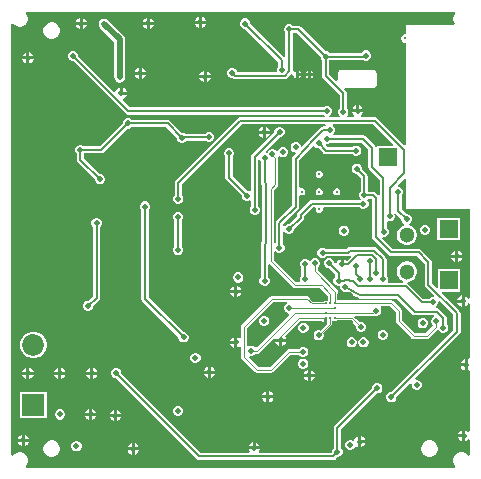
<source format=gbr>
%TF.GenerationSoftware,Altium Limited,Altium Designer,21.2.0 (30)*%
G04 Layer_Physical_Order=2*
G04 Layer_Color=36540*
%FSLAX45Y45*%
%MOMM*%
%TF.SameCoordinates,6E67B6D2-48A1-4C3A-8D5B-8FB38F647B41*%
%TF.FilePolarity,Positive*%
%TF.FileFunction,Copper,L2,Inr,Signal*%
%TF.Part,Single*%
G01*
G75*
%TA.AperFunction,Conductor*%
%ADD10C,0.20000*%
%ADD33C,0.10000*%
%ADD35C,0.50000*%
%TA.AperFunction,ComponentPad*%
%ADD43R,1.50000X1.50000*%
%ADD44C,1.30000*%
%ADD46C,1.85000*%
%ADD47R,1.85000X1.85000*%
%TA.AperFunction,ViaPad*%
%ADD48C,0.20000*%
%ADD49C,0.46000*%
%ADD50C,0.30000*%
G36*
X3818305Y3917300D02*
X3813986Y3912981D01*
X3804770Y3897019D01*
X3800000Y3879216D01*
Y3860784D01*
X3804770Y3842981D01*
X3811119Y3831985D01*
X3804791Y3819285D01*
X3417602D01*
X3409798Y3817733D01*
X3403182Y3813313D01*
X3398762Y3806697D01*
X3397210Y3798893D01*
Y3738893D01*
X3385640D01*
X3372776Y3733565D01*
X3362930Y3723720D01*
X3357602Y3710855D01*
Y3696932D01*
X3362930Y3684068D01*
X3372776Y3674222D01*
X3385640Y3668894D01*
X3397210D01*
Y2805068D01*
X3385477Y2800208D01*
X3157340Y3028344D01*
X3147417Y3034974D01*
X3135712Y3037303D01*
X3135710Y3037303D01*
X3022344D01*
X3019002Y3045215D01*
X3018450Y3050003D01*
X3031032Y3062584D01*
X3037127Y3077300D01*
X2942873D01*
X2948969Y3062584D01*
X2961550Y3050003D01*
X2960998Y3045215D01*
X2957656Y3037303D01*
X2906074D01*
X2900814Y3050003D01*
X2906454Y3055642D01*
X2913000Y3071447D01*
Y3088553D01*
X2906454Y3104358D01*
X2900588Y3110223D01*
Y3239632D01*
X2900588Y3239634D01*
X2898259Y3251339D01*
X2891629Y3261262D01*
X2891628Y3261263D01*
X2877935Y3274957D01*
X2882795Y3286690D01*
X3126351D01*
X3136106Y3288630D01*
X3144375Y3294156D01*
X3149901Y3302425D01*
X3151841Y3312180D01*
Y3413780D01*
X3149901Y3423534D01*
X3144375Y3431803D01*
X3136106Y3437329D01*
X3126351Y3439269D01*
X2846951D01*
X2837197Y3437329D01*
X2828928Y3431803D01*
X2823402Y3423534D01*
X2821462Y3413780D01*
Y3348023D01*
X2809728Y3343163D01*
X2750588Y3402304D01*
Y3519412D01*
X3044869D01*
X3054234Y3515533D01*
X3071341D01*
X3087145Y3522080D01*
X3099241Y3534176D01*
X3105788Y3549980D01*
Y3567086D01*
X3099241Y3582891D01*
X3087145Y3594987D01*
X3071341Y3601533D01*
X3054234D01*
X3038430Y3594987D01*
X3026334Y3582891D01*
X3025380Y3580588D01*
X2750223D01*
X2744357Y3586454D01*
X2728553Y3593000D01*
X2720257D01*
X2511629Y3801629D01*
X2501705Y3808259D01*
X2490000Y3810588D01*
X2489999Y3810588D01*
X2440223D01*
X2434358Y3816454D01*
X2418553Y3823000D01*
X2401447D01*
X2385642Y3816454D01*
X2373546Y3804358D01*
X2367000Y3788553D01*
Y3771447D01*
X2373546Y3755642D01*
X2379412Y3749777D01*
Y3551806D01*
X2366712Y3546545D01*
X2083000Y3830258D01*
Y3838553D01*
X2076454Y3854358D01*
X2064358Y3866454D01*
X2048553Y3873000D01*
X2031447D01*
X2015642Y3866454D01*
X2003546Y3854358D01*
X1997000Y3838553D01*
Y3821447D01*
X2003546Y3805642D01*
X2015642Y3793546D01*
X2031447Y3787000D01*
X2039742D01*
X2319412Y3507330D01*
Y3470223D01*
X2313547Y3464358D01*
X2307000Y3448553D01*
Y3431447D01*
X2308367Y3428148D01*
X2301311Y3417588D01*
X1973000D01*
Y3418553D01*
X1966454Y3434358D01*
X1954358Y3446454D01*
X1938553Y3453000D01*
X1921447D01*
X1905642Y3446454D01*
X1893546Y3434358D01*
X1887000Y3418553D01*
Y3401447D01*
X1893546Y3385642D01*
X1905642Y3373546D01*
X1921447Y3367000D01*
X1931458D01*
X1933086Y3365372D01*
X1933087Y3365371D01*
X1943010Y3358741D01*
X1954716Y3356412D01*
X2371952D01*
X2371953Y3356412D01*
X2383659Y3358741D01*
X2393582Y3365371D01*
X2430356Y3402145D01*
X2435641Y3401396D01*
X2443056Y3397661D01*
Y3391918D01*
X2448446Y3378907D01*
X2458404Y3368949D01*
X2465756Y3365903D01*
Y3398959D01*
Y3432015D01*
X2458404Y3428970D01*
X2452871Y3423437D01*
X2451186Y3423658D01*
X2440588Y3429114D01*
Y3749412D01*
X2477330D01*
X2677000Y3549742D01*
Y3541447D01*
X2683546Y3525642D01*
X2689412Y3519777D01*
Y3389635D01*
X2689412Y3389634D01*
X2691741Y3377928D01*
X2698371Y3368005D01*
X2839412Y3226964D01*
Y3110223D01*
X2833547Y3104358D01*
X2827000Y3088553D01*
Y3071447D01*
X2833547Y3055642D01*
X2839186Y3050003D01*
X2833926Y3037303D01*
X2748328D01*
X2745802Y3050003D01*
X2754357Y3053546D01*
X2766453Y3065642D01*
X2773000Y3081447D01*
Y3098553D01*
X2766453Y3114357D01*
X2754357Y3126453D01*
X2738553Y3133000D01*
X2721447D01*
X2705642Y3126453D01*
X2699776Y3120588D01*
X1060170D01*
X1000891Y3179867D01*
X1004924Y3193794D01*
X1017416Y3198969D01*
X1031031Y3212584D01*
X1037127Y3227300D01*
X990000D01*
Y3240000D01*
X977300D01*
Y3287127D01*
X962584Y3281032D01*
X948969Y3267416D01*
X943794Y3254924D01*
X929867Y3250891D01*
X625500Y3555258D01*
Y3563553D01*
X618954Y3579358D01*
X606858Y3591454D01*
X591053Y3598000D01*
X573947D01*
X558142Y3591454D01*
X546046Y3579358D01*
X539500Y3563553D01*
Y3546447D01*
X546046Y3530642D01*
X558142Y3518546D01*
X573947Y3512000D01*
X582242D01*
X1025871Y3068372D01*
X1025871Y3068371D01*
X1035794Y3061741D01*
X1047500Y3059412D01*
X2699776D01*
X2705642Y3053546D01*
X2714198Y3050003D01*
X2711671Y3037303D01*
X1996716D01*
X1996715Y3037303D01*
X1985009Y3034974D01*
X1975086Y3028344D01*
X1975085Y3028343D01*
X1450871Y2504129D01*
X1444241Y2494205D01*
X1441912Y2482500D01*
X1441912Y2482499D01*
Y2377723D01*
X1436046Y2371858D01*
X1429500Y2356053D01*
Y2338947D01*
X1436046Y2323142D01*
X1448142Y2311046D01*
X1463947Y2304500D01*
X1481053D01*
X1496858Y2311046D01*
X1508954Y2323142D01*
X1515500Y2338947D01*
Y2356053D01*
X1508954Y2371858D01*
X1503088Y2377723D01*
Y2469830D01*
X2009385Y2976127D01*
X2716287D01*
X2722167Y2963427D01*
X2718716Y2959361D01*
X2698883D01*
X2687178Y2957032D01*
X2677254Y2950402D01*
X2677254Y2950401D01*
X2599385Y2872533D01*
X2599030Y2872002D01*
X2598515Y2871625D01*
X2521108Y2787576D01*
X2508583Y2792723D01*
X2502829Y2806615D01*
X2490733Y2818711D01*
X2474928Y2825257D01*
X2457822D01*
X2442017Y2818711D01*
X2429921Y2806615D01*
X2423375Y2790811D01*
Y2773704D01*
X2429921Y2757900D01*
X2442017Y2745804D01*
X2457822Y2739257D01*
X2459343D01*
X2464912Y2726557D01*
X2445001Y2704937D01*
X2442215Y2700372D01*
X2439241Y2695922D01*
X2439117Y2695295D01*
X2438784Y2694750D01*
X2437957Y2689464D01*
X2436913Y2684217D01*
X2436912Y2675933D01*
Y2292670D01*
X2307519Y2163277D01*
X2300888Y2153353D01*
X2298560Y2141648D01*
X2298560Y2141646D01*
Y1969581D01*
X2296426Y1968155D01*
X2283726Y1974943D01*
Y2419755D01*
X2313024Y2449054D01*
X2318549Y2457323D01*
X2320490Y2467077D01*
Y2693782D01*
X2318762Y2702466D01*
X2319334Y2703199D01*
X2333081Y2706108D01*
X2335643Y2703547D01*
X2351447Y2697000D01*
X2368553D01*
X2384358Y2703547D01*
X2396454Y2715643D01*
X2403000Y2731447D01*
Y2748553D01*
X2396454Y2764358D01*
X2384358Y2776454D01*
X2368553Y2783000D01*
X2351447D01*
X2335643Y2776454D01*
X2323547Y2764358D01*
X2318253Y2751579D01*
X2312887Y2749441D01*
X2309143Y2748765D01*
X2304440Y2748892D01*
X2294358Y2758975D01*
X2278553Y2765521D01*
X2261447D01*
X2245642Y2758975D01*
X2233546Y2746879D01*
X2230215Y2738836D01*
X2224969Y2736539D01*
X2209982Y2742869D01*
X2208957Y2745700D01*
X2330257Y2867000D01*
X2338553D01*
X2354357Y2873546D01*
X2366453Y2885642D01*
X2373000Y2901447D01*
Y2918553D01*
X2366453Y2934358D01*
X2354357Y2946454D01*
X2338553Y2953000D01*
X2321447D01*
X2305642Y2946454D01*
X2293546Y2934358D01*
X2287000Y2918553D01*
Y2910258D01*
X2098371Y2721629D01*
X2091741Y2711706D01*
X2089412Y2700000D01*
X2089412Y2699999D01*
Y2414359D01*
X2076857Y2408954D01*
X2061053Y2415500D01*
X2052757D01*
X1933088Y2535170D01*
Y2699776D01*
X1938953Y2705642D01*
X1945500Y2721447D01*
Y2738553D01*
X1938953Y2754357D01*
X1926857Y2766453D01*
X1911053Y2773000D01*
X1893947D01*
X1878142Y2766453D01*
X1866046Y2754357D01*
X1859500Y2738553D01*
Y2721447D01*
X1866046Y2705642D01*
X1871912Y2699776D01*
Y2522501D01*
X1871912Y2522500D01*
X1874241Y2510795D01*
X1880871Y2500871D01*
X2009500Y2372242D01*
Y2363947D01*
X2016046Y2348142D01*
X2028142Y2336046D01*
X2043947Y2329500D01*
X2061053D01*
X2076857Y2336046D01*
X2089412Y2330641D01*
Y2280224D01*
X2083547Y2274358D01*
X2077000Y2258553D01*
Y2241447D01*
X2083547Y2225642D01*
X2095642Y2213546D01*
X2111447Y2207000D01*
X2128553D01*
X2144358Y2213546D01*
X2156454Y2225642D01*
X2163000Y2241447D01*
Y2258553D01*
X2156454Y2274358D01*
X2150588Y2280224D01*
Y2675812D01*
X2163288Y2678338D01*
X2168546Y2665642D01*
X2174978Y2659211D01*
X2182283Y2264987D01*
X2181949Y2264980D01*
X2181956Y2264196D01*
X2182284Y2264190D01*
X2172429Y1683240D01*
X2166046Y1676858D01*
X2159500Y1661053D01*
Y1643947D01*
X2166046Y1628143D01*
X2178142Y1616047D01*
X2193947Y1609500D01*
X2211053D01*
X2226858Y1616047D01*
X2238954Y1628143D01*
X2245500Y1643947D01*
Y1661053D01*
X2238954Y1676858D01*
X2233596Y1682215D01*
X2235351Y1785641D01*
X2248140Y1790812D01*
X2444476Y1594476D01*
X2452745Y1588951D01*
X2462500Y1587010D01*
X2675873D01*
X2739998Y1522885D01*
X2741786Y1521691D01*
Y1490240D01*
X2739763Y1488091D01*
X2729086Y1482800D01*
X2723995Y1484909D01*
X2714049D01*
X2704861Y1481103D01*
X2699903Y1476145D01*
X2611273D01*
X2589527Y1497891D01*
X2589947Y1500000D01*
X2588007Y1509754D01*
X2582481Y1518024D01*
X2574212Y1523549D01*
X2564457Y1525490D01*
X2266486D01*
X2256732Y1523549D01*
X2248462Y1518024D01*
X2011976Y1281538D01*
X2006451Y1273268D01*
X2004510Y1263514D01*
Y1171898D01*
X1991810Y1166637D01*
X1987416Y1171031D01*
X1972700Y1177127D01*
Y1130000D01*
Y1082873D01*
X1987416Y1088969D01*
X1991810Y1093363D01*
X2004510Y1088102D01*
Y1010000D01*
X2006451Y1000245D01*
X2011976Y991976D01*
X2121976Y881976D01*
X2130245Y876451D01*
X2140000Y874510D01*
X2260000D01*
X2269755Y876451D01*
X2278024Y881976D01*
X2420558Y1024510D01*
X2494679D01*
X2505642Y1013546D01*
X2521447Y1007000D01*
X2538553D01*
X2554358Y1013546D01*
X2566454Y1025642D01*
X2573000Y1041447D01*
Y1058553D01*
X2566454Y1074358D01*
X2554358Y1086454D01*
X2538553Y1093000D01*
X2521447D01*
X2505642Y1086454D01*
X2494678Y1075489D01*
X2410000D01*
X2400245Y1073549D01*
X2391976Y1068024D01*
X2249442Y925490D01*
X2150558D01*
X2068347Y1007701D01*
X2075541Y1018467D01*
X2080755Y1016308D01*
X2097861D01*
X2113665Y1022854D01*
X2124629Y1033818D01*
X2139308D01*
X2149062Y1035758D01*
X2157331Y1041284D01*
X2279867Y1163819D01*
X2282999Y1162700D01*
X2387127D01*
X2381031Y1177416D01*
X2373739Y1184709D01*
X2503449Y1314420D01*
X2687378D01*
X2696138Y1305660D01*
X2706322Y1301441D01*
Y1339909D01*
X2731722D01*
Y1293462D01*
X2735056Y1289139D01*
X2735462Y1285923D01*
X2678769Y1229230D01*
X2669668Y1233000D01*
X2652562D01*
X2636757Y1226453D01*
X2624661Y1214357D01*
X2618115Y1198553D01*
Y1181447D01*
X2624661Y1165642D01*
X2636757Y1153546D01*
X2652562Y1147000D01*
X2669668D01*
X2685472Y1153546D01*
X2697568Y1165642D01*
X2704115Y1181447D01*
Y1198553D01*
X2701156Y1205695D01*
X2770503Y1275042D01*
X2775258Y1286522D01*
Y1310358D01*
X2778506Y1313184D01*
X2787958Y1317432D01*
X2794049Y1314909D01*
X2803995D01*
X2813183Y1318715D01*
X2818141Y1323673D01*
X2933366D01*
X2949930Y1307109D01*
X2949510Y1305000D01*
X2951451Y1295246D01*
X2956976Y1286976D01*
X2977000Y1266952D01*
Y1251447D01*
X2983546Y1235642D01*
X2995642Y1223546D01*
X3011447Y1217000D01*
X3028553D01*
X3044358Y1223546D01*
X3056454Y1235642D01*
X3063000Y1251447D01*
Y1268553D01*
X3056454Y1284358D01*
X3044358Y1296454D01*
X3028553Y1303000D01*
X3013048D01*
X2993024Y1323024D01*
X2984755Y1328550D01*
X2975000Y1330490D01*
X2972891Y1330070D01*
X2961242Y1341719D01*
X2966502Y1354419D01*
X3121668D01*
X3131422Y1356360D01*
X3133811Y1357956D01*
X3140947Y1355000D01*
X3158053D01*
X3173858Y1361546D01*
X3185954Y1373642D01*
X3192500Y1389447D01*
Y1406553D01*
X3185954Y1422357D01*
X3185625Y1422686D01*
X3190485Y1434419D01*
X3267033D01*
X3314511Y1386942D01*
Y1309538D01*
X3316451Y1299784D01*
X3321976Y1291514D01*
X3446506Y1166985D01*
X3454775Y1161459D01*
X3464530Y1159519D01*
X3574511D01*
X3584265Y1161459D01*
X3592535Y1166985D01*
X3663410Y1237861D01*
X3678391Y1234881D01*
X3680054Y1230866D01*
X3692150Y1218770D01*
X3707954Y1212224D01*
X3725061D01*
X3740865Y1218770D01*
X3752961Y1230866D01*
X3759507Y1246671D01*
Y1263777D01*
X3752961Y1279582D01*
X3747095Y1285448D01*
Y1333493D01*
X3744767Y1345198D01*
X3738136Y1355121D01*
X3681629Y1411629D01*
X3671705Y1418259D01*
X3660000Y1420588D01*
X3659276Y1421872D01*
X3654358Y1433547D01*
X3666454Y1445643D01*
X3673000Y1461447D01*
Y1474964D01*
X3683732Y1480966D01*
X3684733Y1481191D01*
X3800662Y1365262D01*
Y1232637D01*
X3276249Y708224D01*
X3267954D01*
X3252150Y701678D01*
X3240054Y689582D01*
X3233507Y673777D01*
Y656671D01*
X3240054Y640867D01*
X3252150Y628771D01*
X3267954Y622224D01*
X3285060D01*
X3300865Y628771D01*
X3312961Y640867D01*
X3319507Y656671D01*
Y664966D01*
X3435153Y780612D01*
X3447000Y774499D01*
Y761447D01*
X3453546Y745642D01*
X3465642Y733546D01*
X3481447Y727000D01*
X3498553D01*
X3514357Y733546D01*
X3526453Y745642D01*
X3533000Y761447D01*
Y778553D01*
X3526453Y794358D01*
X3514357Y806454D01*
X3498553Y813000D01*
X3485501D01*
X3479388Y824847D01*
X3852878Y1198337D01*
X3852879Y1198338D01*
X3859509Y1208261D01*
X3861838Y1219967D01*
Y1377932D01*
X3859509Y1389637D01*
X3852879Y1399561D01*
X3852878Y1399561D01*
X3703566Y1548873D01*
X3708426Y1560607D01*
X3860606D01*
Y1750606D01*
X3670607D01*
Y1598426D01*
X3658874Y1593566D01*
X3620588Y1631852D01*
Y1810000D01*
X3618259Y1821705D01*
X3611629Y1831629D01*
X3611628Y1831629D01*
X3530378Y1912879D01*
X3520455Y1919510D01*
X3508749Y1921838D01*
X3508748Y1921838D01*
X3290169D01*
X3198537Y2013471D01*
X3199228Y2016074D01*
X3204764Y2025204D01*
X3218758D01*
X3234562Y2031751D01*
X3246658Y2043847D01*
X3253205Y2059651D01*
Y2076758D01*
X3246658Y2092562D01*
X3240088Y2099132D01*
Y2148811D01*
X3250648Y2155866D01*
X3253947Y2154500D01*
X3271053D01*
X3286858Y2161046D01*
X3298954Y2173142D01*
X3305500Y2188947D01*
Y2206053D01*
X3302156Y2214125D01*
X3312923Y2221319D01*
X3362000Y2172243D01*
Y2163947D01*
X3368546Y2148143D01*
X3380642Y2136047D01*
X3383716Y2134773D01*
X3382839Y2121390D01*
X3374691Y2119207D01*
X3355309Y2108017D01*
X3339483Y2092191D01*
X3328293Y2072808D01*
X3322500Y2051190D01*
Y2028809D01*
X3328293Y2007191D01*
X3339483Y1987809D01*
X3355309Y1971983D01*
X3374691Y1960792D01*
X3396309Y1955000D01*
X3418690D01*
X3440309Y1960792D01*
X3459691Y1971983D01*
X3475517Y1987809D01*
X3486707Y2007191D01*
X3492500Y2028809D01*
Y2051190D01*
X3486707Y2072808D01*
X3475517Y2092191D01*
X3459691Y2108017D01*
X3440309Y2119207D01*
X3429125Y2122204D01*
X3428248Y2135587D01*
X3429358Y2136047D01*
X3441454Y2148143D01*
X3448000Y2163947D01*
Y2181053D01*
X3441454Y2196858D01*
X3429358Y2208954D01*
X3413553Y2215500D01*
X3405258D01*
X3363088Y2257670D01*
Y2374776D01*
X3368953Y2380642D01*
X3375500Y2396447D01*
Y2413553D01*
X3368953Y2429357D01*
X3356857Y2441453D01*
X3341053Y2448000D01*
X3336718D01*
X3331457Y2460700D01*
X3385477Y2514719D01*
X3397210Y2509859D01*
Y2278893D01*
X3398762Y2271090D01*
X3403182Y2264474D01*
X3409798Y2260054D01*
X3417602Y2258501D01*
X3937601D01*
X3940000Y2256533D01*
Y1502717D01*
X3927300Y1500191D01*
X3924307Y1507416D01*
X3910692Y1521032D01*
X3895975Y1527127D01*
Y1480000D01*
Y1432873D01*
X3910692Y1438969D01*
X3924307Y1452584D01*
X3927300Y1459810D01*
X3940000Y1457283D01*
Y993708D01*
X3927300Y985222D01*
X3922700Y987127D01*
Y940000D01*
Y892873D01*
X3927300Y894778D01*
X3940000Y886292D01*
Y376408D01*
X3927300Y371148D01*
X3917416Y381031D01*
X3902700Y387127D01*
Y340000D01*
Y292873D01*
X3917416Y298969D01*
X3927300Y308852D01*
X3940000Y303592D01*
Y174156D01*
X3927300Y170753D01*
X3926014Y172981D01*
X3912981Y186014D01*
X3897019Y195229D01*
X3879216Y200000D01*
X3860784D01*
X3842981Y195229D01*
X3827019Y186014D01*
X3813986Y172981D01*
X3804770Y157019D01*
X3800000Y139216D01*
Y120784D01*
X3804770Y102981D01*
X3813986Y87019D01*
X3818305Y82700D01*
X3813044Y70000D01*
X186955D01*
X181695Y82700D01*
X186014Y87019D01*
X195229Y102981D01*
X200000Y120784D01*
Y139216D01*
X195229Y157019D01*
X186014Y172981D01*
X172981Y186014D01*
X157019Y195229D01*
X139216Y200000D01*
X120784D01*
X102981Y195229D01*
X87019Y186014D01*
X73986Y172981D01*
X72700Y170753D01*
X60000Y174156D01*
Y3825844D01*
X72700Y3829247D01*
X73986Y3827019D01*
X87019Y3813986D01*
X102981Y3804770D01*
X120784Y3800000D01*
X139216D01*
X157019Y3804770D01*
X172981Y3813986D01*
X186014Y3827019D01*
X195229Y3842981D01*
X200000Y3860784D01*
Y3879216D01*
X195229Y3897019D01*
X186014Y3912981D01*
X181695Y3917300D01*
X186955Y3930000D01*
X3813045D01*
X3818305Y3917300D01*
D02*
G37*
G36*
X3292436Y2806733D02*
X3287575Y2795000D01*
X3155000D01*
Y2783494D01*
X3142300Y2782243D01*
X3140759Y2789990D01*
X3134129Y2799913D01*
X3134128Y2799914D01*
X3059913Y2874129D01*
X3049990Y2880759D01*
X3038284Y2883088D01*
X3038283Y2883088D01*
X2789004D01*
X2784099Y2895788D01*
X2792726Y2904415D01*
X2799273Y2920220D01*
Y2937326D01*
X2792726Y2953130D01*
X2782430Y2963427D01*
X2784135Y2971937D01*
X2786323Y2976127D01*
X3123042D01*
X3292436Y2806733D01*
D02*
G37*
G36*
X3081912Y2765614D02*
Y2617501D01*
X3081912Y2617500D01*
X3084241Y2605795D01*
X3090871Y2595871D01*
X3178913Y2507830D01*
Y2377926D01*
X3166213Y2374074D01*
X3163833Y2377635D01*
X3142935Y2398533D01*
X3133012Y2405163D01*
X3121306Y2407492D01*
X3121305Y2407492D01*
X3076669D01*
Y2536417D01*
X3076669Y2536419D01*
X3074341Y2548124D01*
X3067710Y2558047D01*
X3025500Y2600258D01*
Y2608553D01*
X3018954Y2624357D01*
X3006858Y2636453D01*
X2991053Y2643000D01*
X2973947D01*
X2958142Y2636453D01*
X2946046Y2624357D01*
X2939500Y2608553D01*
Y2591447D01*
X2946046Y2575642D01*
X2958142Y2563546D01*
X2973947Y2557000D01*
X2982242D01*
X3015494Y2523749D01*
Y2407128D01*
X3009628Y2401262D01*
X3003081Y2385457D01*
Y2368351D01*
X3009628Y2352546D01*
X3016481Y2345693D01*
X3008626Y2335588D01*
X2602501D01*
X2602500Y2335588D01*
X2590795Y2333259D01*
X2580871Y2326629D01*
X2580871Y2326628D01*
X2486108Y2231866D01*
X2479478Y2221942D01*
X2477149Y2210237D01*
X2477149Y2210236D01*
Y2199888D01*
X2408890Y2131629D01*
X2400594D01*
X2384790Y2125082D01*
X2372694Y2112986D01*
X2372435Y2112362D01*
X2359735Y2114889D01*
Y2128978D01*
X2489128Y2258371D01*
X2489129Y2258371D01*
X2495759Y2268295D01*
X2498088Y2280000D01*
X2498088Y2280001D01*
Y2367011D01*
X2510788Y2375497D01*
X2511853Y2375055D01*
X2523788D01*
X2534814Y2379623D01*
X2543253Y2388062D01*
X2547820Y2399088D01*
Y2411023D01*
X2543253Y2422049D01*
X2534814Y2430488D01*
X2523788Y2435055D01*
X2511853D01*
X2510788Y2434614D01*
X2498088Y2443100D01*
Y2672277D01*
X2610466Y2794299D01*
X2621235Y2792386D01*
X2623972Y2790217D01*
X2635674Y2778515D01*
X2651478Y2771968D01*
X2659774D01*
X2700214Y2731528D01*
X2710138Y2724897D01*
X2721843Y2722569D01*
X2949328D01*
X2955193Y2716703D01*
X2970998Y2710157D01*
X2988104D01*
X3003909Y2716703D01*
X3016005Y2728799D01*
X3022551Y2744603D01*
Y2761710D01*
X3016005Y2777514D01*
X3003909Y2789610D01*
X2988104Y2796156D01*
X2970998D01*
X2955193Y2789610D01*
X2949328Y2783744D01*
X2734513D01*
X2718957Y2799300D01*
X2724218Y2812000D01*
X2736053D01*
X2751858Y2818546D01*
X2755224Y2821912D01*
X3025614D01*
X3081912Y2765614D01*
D02*
G37*
G36*
X3111617Y2343336D02*
Y2026547D01*
X3111616Y2026546D01*
X3113945Y2014841D01*
X3120575Y2004917D01*
X3255870Y1869622D01*
X3255871Y1869622D01*
X3265794Y1862991D01*
X3277500Y1860663D01*
X3277501Y1860663D01*
X3496079D01*
X3559412Y1797330D01*
Y1619183D01*
X3559412Y1619182D01*
X3561741Y1607477D01*
X3568371Y1597553D01*
X3641191Y1524733D01*
X3640966Y1523732D01*
X3634964Y1513000D01*
X3621447D01*
X3605643Y1506454D01*
X3599777Y1500588D01*
X3545820D01*
X3418414Y1627994D01*
X3411969Y1632301D01*
X3415821Y1645001D01*
X3418690D01*
X3440309Y1650793D01*
X3459691Y1661983D01*
X3475517Y1677809D01*
X3486707Y1697192D01*
X3492500Y1718810D01*
Y1741191D01*
X3486707Y1762809D01*
X3475517Y1782192D01*
X3459691Y1798017D01*
X3440309Y1809208D01*
X3418690Y1815000D01*
X3396309D01*
X3374691Y1809208D01*
X3355309Y1798017D01*
X3339483Y1782192D01*
X3328293Y1762809D01*
X3322500Y1741191D01*
Y1718810D01*
X3328293Y1697192D01*
X3339483Y1677809D01*
X3355309Y1661983D01*
X3374691Y1650793D01*
X3378948Y1649653D01*
X3377275Y1636953D01*
X3251857D01*
X3244150Y1649653D01*
X3248000Y1658947D01*
Y1676053D01*
X3241454Y1691858D01*
X3235588Y1697724D01*
Y1834020D01*
X3235588Y1834021D01*
X3233259Y1845727D01*
X3226629Y1855650D01*
X3152651Y1929629D01*
X3142727Y1936259D01*
X3131022Y1938588D01*
X3131020Y1938587D01*
X2924778D01*
X2924777Y1938588D01*
X2913071Y1936259D01*
X2903148Y1929629D01*
X2894107Y1920588D01*
X2723720D01*
X2717854Y1926454D01*
X2702050Y1933000D01*
X2684944D01*
X2669139Y1926454D01*
X2657043Y1914358D01*
X2650497Y1898553D01*
Y1881447D01*
X2657043Y1865643D01*
X2669139Y1853547D01*
X2684944Y1847000D01*
X2702050D01*
X2717854Y1853547D01*
X2723720Y1859413D01*
X2906776D01*
X2906777Y1859412D01*
X2918483Y1861741D01*
X2928406Y1868371D01*
X2928976Y1868942D01*
X2929310Y1868875D01*
X2933490Y1855095D01*
X2899520Y1821124D01*
X2897237D01*
X2886794Y1831568D01*
X2872077Y1837664D01*
Y1790536D01*
X2846677D01*
Y1837664D01*
X2831961Y1831568D01*
X2818346Y1817953D01*
X2812713Y1804355D01*
X2801059Y1800341D01*
X2798371Y1800389D01*
X2793000Y1804529D01*
Y1808719D01*
X2786454Y1824524D01*
X2774358Y1836620D01*
X2758553Y1843166D01*
X2741447D01*
X2725643Y1836620D01*
X2713547Y1824524D01*
X2707000Y1808719D01*
Y1791613D01*
X2713547Y1775808D01*
X2725643Y1763713D01*
X2741447Y1757166D01*
X2749742D01*
X2798724Y1708185D01*
Y1679724D01*
X2792858Y1673858D01*
X2786312Y1658053D01*
Y1640947D01*
X2792858Y1625143D01*
X2804954Y1613047D01*
X2820758Y1606500D01*
X2837865D01*
X2844500Y1602067D01*
Y1593947D01*
X2851046Y1578143D01*
X2863142Y1566047D01*
X2878947Y1559500D01*
X2896053D01*
X2898959Y1560704D01*
X2905036Y1557227D01*
X2916352Y1553435D01*
X2928258Y1554262D01*
X2929590Y1554925D01*
X2945382Y1545889D01*
X2945486Y1544405D01*
X2950806Y1533722D01*
X2959810Y1525888D01*
X2999026Y1503451D01*
X3000883Y1502828D01*
X3002511Y1501741D01*
X3006492Y1500949D01*
X3010342Y1499659D01*
X3012295Y1499794D01*
X3014216Y1499412D01*
X3309152D01*
X3309153Y1499412D01*
X3310362Y1499653D01*
X3320197D01*
X3451477Y1368372D01*
X3451478Y1368371D01*
X3461401Y1361741D01*
X3473107Y1359412D01*
X3633279D01*
X3635805Y1346712D01*
X3628944Y1343871D01*
X3616848Y1331775D01*
X3610302Y1315970D01*
Y1298864D01*
X3616848Y1283059D01*
X3626681Y1273227D01*
X3563953Y1210498D01*
X3475088D01*
X3365490Y1320096D01*
Y1397500D01*
X3363550Y1407255D01*
X3358024Y1415524D01*
X3295615Y1477933D01*
X3287346Y1483458D01*
X3277591Y1485399D01*
X2815258D01*
Y1541124D01*
X2817046Y1542318D01*
X2822571Y1550588D01*
X2824511Y1560342D01*
X2822571Y1570097D01*
X2817046Y1578366D01*
X2652354Y1743058D01*
Y1763084D01*
X2663351Y1774081D01*
X2669897Y1789885D01*
Y1806992D01*
X2663351Y1822796D01*
X2651255Y1834892D01*
X2635451Y1841438D01*
X2618344D01*
X2602540Y1834892D01*
X2592526Y1824878D01*
X2588607Y1822924D01*
X2577083Y1823728D01*
X2569358Y1831454D01*
X2553553Y1838000D01*
X2536447D01*
X2520642Y1831454D01*
X2508546Y1819358D01*
X2502000Y1803553D01*
Y1786447D01*
X2508546Y1770642D01*
X2514412Y1764777D01*
Y1700223D01*
X2508546Y1694358D01*
X2502000Y1678553D01*
Y1661447D01*
X2506456Y1650690D01*
X2499606Y1637990D01*
X2473058D01*
X2283726Y1827322D01*
Y1895279D01*
X2296426Y1900540D01*
X2304790Y1892175D01*
X2320595Y1885629D01*
X2337701D01*
X2353505Y1892175D01*
X2365601Y1904271D01*
X2372148Y1920076D01*
Y1937182D01*
X2365601Y1952986D01*
X2359735Y1958852D01*
Y2062369D01*
X2372435Y2064895D01*
X2372694Y2064271D01*
X2384790Y2052175D01*
X2400594Y2045629D01*
X2417701D01*
X2433505Y2052175D01*
X2445601Y2064271D01*
X2452147Y2080076D01*
Y2088371D01*
X2529366Y2165590D01*
X2535996Y2175513D01*
X2538325Y2187218D01*
Y2197567D01*
X2615170Y2274412D01*
X2628401D01*
X2635457Y2263852D01*
X2635321Y2263523D01*
Y2251588D01*
X2639888Y2240562D01*
X2648327Y2232123D01*
X2659353Y2227555D01*
X2671288D01*
X2682314Y2232123D01*
X2690753Y2240562D01*
X2695320Y2251588D01*
Y2263523D01*
X2695184Y2263852D01*
X2702240Y2274412D01*
X3009278D01*
X3015613Y2268077D01*
X3031418Y2261531D01*
X3048524D01*
X3064328Y2268077D01*
X3076424Y2280173D01*
X3082971Y2295977D01*
Y2313084D01*
X3076424Y2328888D01*
X3069514Y2335799D01*
X3070093Y2338709D01*
X3076957Y2346316D01*
X3108636D01*
X3111617Y2343336D01*
D02*
G37*
G36*
X2398575Y1461810D02*
X2385642Y1456454D01*
X2373546Y1444358D01*
X2367000Y1428553D01*
Y1411447D01*
X2373546Y1395642D01*
X2385642Y1383546D01*
X2401447Y1377000D01*
X2402991D01*
X2408252Y1364300D01*
X2134816Y1090864D01*
X2118562D01*
X2113665Y1095761D01*
X2097861Y1102308D01*
X2080755D01*
X2068190Y1097103D01*
X2055490Y1102894D01*
Y1252956D01*
X2277044Y1474510D01*
X2396049D01*
X2398575Y1461810D01*
D02*
G37*
%LPC*%
G36*
X1672700Y3887127D02*
Y3852700D01*
X1707127D01*
X1701031Y3867416D01*
X1687416Y3881031D01*
X1672700Y3887127D01*
D02*
G37*
G36*
X1647300D02*
X1632584Y3881031D01*
X1618969Y3867416D01*
X1612873Y3852700D01*
X1647300D01*
Y3887127D01*
D02*
G37*
G36*
X1229479Y3878168D02*
Y3843741D01*
X1263907D01*
X1257811Y3858457D01*
X1244196Y3872073D01*
X1229479Y3878168D01*
D02*
G37*
G36*
X1204079D02*
X1189363Y3872073D01*
X1175748Y3858457D01*
X1169652Y3843741D01*
X1204079D01*
Y3878168D01*
D02*
G37*
G36*
X662700Y3877127D02*
Y3842700D01*
X697127D01*
X691031Y3857416D01*
X677416Y3871031D01*
X662700Y3877127D01*
D02*
G37*
G36*
X637300D02*
X622584Y3871031D01*
X608969Y3857416D01*
X602873Y3842700D01*
X637300D01*
Y3877127D01*
D02*
G37*
G36*
X1707127Y3827300D02*
X1672700D01*
Y3792873D01*
X1687416Y3798969D01*
X1701031Y3812584D01*
X1707127Y3827300D01*
D02*
G37*
G36*
X1647300D02*
X1612873D01*
X1618969Y3812584D01*
X1632584Y3798969D01*
X1647300Y3792873D01*
Y3827300D01*
D02*
G37*
G36*
X1263907Y3818341D02*
X1229479D01*
Y3783914D01*
X1244196Y3790010D01*
X1257811Y3803625D01*
X1263907Y3818341D01*
D02*
G37*
G36*
X1204079D02*
X1169652D01*
X1175748Y3803625D01*
X1189363Y3790010D01*
X1204079Y3783914D01*
Y3818341D01*
D02*
G37*
G36*
X697127Y3817300D02*
X662700D01*
Y3782873D01*
X677416Y3788969D01*
X691031Y3802584D01*
X697127Y3817300D01*
D02*
G37*
G36*
X637300D02*
X602873D01*
X608969Y3802584D01*
X622584Y3788969D01*
X637300Y3782873D01*
Y3817300D01*
D02*
G37*
G36*
X409216Y3840000D02*
X390784D01*
X372981Y3835230D01*
X357019Y3826014D01*
X343986Y3812981D01*
X334770Y3797019D01*
X330000Y3779216D01*
Y3760784D01*
X334770Y3742981D01*
X343986Y3727019D01*
X357019Y3713986D01*
X372981Y3704771D01*
X390784Y3700000D01*
X409216D01*
X427019Y3704771D01*
X442981Y3713986D01*
X456014Y3727019D01*
X465229Y3742981D01*
X470000Y3760784D01*
Y3779216D01*
X465229Y3797019D01*
X456014Y3812981D01*
X442981Y3826014D01*
X427019Y3835230D01*
X409216Y3840000D01*
D02*
G37*
G36*
X212700Y3587127D02*
Y3552700D01*
X247127D01*
X241032Y3567416D01*
X227416Y3581031D01*
X212700Y3587127D01*
D02*
G37*
G36*
X187300D02*
X172584Y3581031D01*
X158969Y3567416D01*
X152873Y3552700D01*
X187300D01*
Y3587127D01*
D02*
G37*
G36*
X247127Y3527300D02*
X212700D01*
Y3492873D01*
X227416Y3498969D01*
X241032Y3512584D01*
X247127Y3527300D01*
D02*
G37*
G36*
X187300D02*
X152873D01*
X158969Y3512584D01*
X172584Y3498969D01*
X187300Y3492873D01*
Y3527300D01*
D02*
G37*
G36*
X1162700Y3457127D02*
Y3422700D01*
X1197127D01*
X1191031Y3437416D01*
X1177416Y3451031D01*
X1162700Y3457127D01*
D02*
G37*
G36*
X1137300D02*
X1122584Y3451031D01*
X1108969Y3437416D01*
X1102873Y3422700D01*
X1137300D01*
Y3457127D01*
D02*
G37*
G36*
X2596156Y3432015D02*
Y3411659D01*
X2616512D01*
X2613467Y3419012D01*
X2603509Y3428970D01*
X2596156Y3432015D01*
D02*
G37*
G36*
X2570756D02*
X2563404Y3428970D01*
X2553445Y3419012D01*
X2550400Y3411659D01*
X2570756D01*
Y3432015D01*
D02*
G37*
G36*
X2491156D02*
Y3411659D01*
X2511512D01*
X2508467Y3419012D01*
X2498509Y3428970D01*
X2491156Y3432015D01*
D02*
G37*
G36*
X1711305Y3427716D02*
Y3393289D01*
X1745732D01*
X1739636Y3408005D01*
X1726021Y3421620D01*
X1711305Y3427716D01*
D02*
G37*
G36*
X1685905D02*
X1671188Y3421620D01*
X1657573Y3408005D01*
X1651478Y3393289D01*
X1685905D01*
Y3427716D01*
D02*
G37*
G36*
X2616512Y3386259D02*
X2596156D01*
Y3365903D01*
X2603509Y3368949D01*
X2613467Y3378907D01*
X2616512Y3386259D01*
D02*
G37*
G36*
X2570756D02*
X2550400D01*
X2553445Y3378907D01*
X2563404Y3368949D01*
X2570756Y3365903D01*
Y3386259D01*
D02*
G37*
G36*
X2511512D02*
X2491156D01*
Y3365903D01*
X2498509Y3368949D01*
X2508467Y3378907D01*
X2511512Y3386259D01*
D02*
G37*
G36*
X1197127Y3397300D02*
X1162700D01*
Y3362873D01*
X1177416Y3368969D01*
X1191031Y3382584D01*
X1197127Y3397300D01*
D02*
G37*
G36*
X1137300D02*
X1102873D01*
X1108969Y3382584D01*
X1122584Y3368969D01*
X1137300Y3362873D01*
Y3397300D01*
D02*
G37*
G36*
X1745732Y3367889D02*
X1711305D01*
Y3333462D01*
X1726021Y3339557D01*
X1739636Y3353173D01*
X1745732Y3367889D01*
D02*
G37*
G36*
X1685905D02*
X1651478D01*
X1657573Y3353173D01*
X1671188Y3339557D01*
X1685905Y3333462D01*
Y3367889D01*
D02*
G37*
G36*
X844321Y3871561D02*
X826762Y3868068D01*
X811877Y3858123D01*
X801932Y3843238D01*
X798439Y3825679D01*
X801932Y3808121D01*
X811877Y3793236D01*
X929079Y3676034D01*
Y3373859D01*
X932572Y3356301D01*
X942518Y3341416D01*
X957403Y3331470D01*
X974961Y3327978D01*
X992519Y3331470D01*
X1007404Y3341416D01*
X1017350Y3356301D01*
X1020843Y3373859D01*
Y3695039D01*
X1017350Y3712597D01*
X1007404Y3727482D01*
X876764Y3858123D01*
X861879Y3868068D01*
X844321Y3871561D01*
D02*
G37*
G36*
X1002700Y3287127D02*
Y3252700D01*
X1037127D01*
X1031031Y3267416D01*
X1017416Y3281032D01*
X1002700Y3287127D01*
D02*
G37*
G36*
X3002700Y3137127D02*
Y3102700D01*
X3037127D01*
X3031032Y3117416D01*
X3017416Y3131031D01*
X3002700Y3137127D01*
D02*
G37*
G36*
X2977300D02*
X2962584Y3131031D01*
X2948969Y3117416D01*
X2942873Y3102700D01*
X2977300D01*
Y3137127D01*
D02*
G37*
G36*
X2212700Y2957127D02*
Y2922700D01*
X2247127D01*
X2241031Y2937416D01*
X2227416Y2951031D01*
X2212700Y2957127D01*
D02*
G37*
G36*
X2187300D02*
X2172584Y2951031D01*
X2158969Y2937416D01*
X2152873Y2922700D01*
X2187300D01*
Y2957127D01*
D02*
G37*
G36*
X2247127Y2897300D02*
X2212700D01*
Y2862873D01*
X2227416Y2868969D01*
X2241031Y2882584D01*
X2247127Y2897300D01*
D02*
G37*
G36*
X2187300D02*
X2152873D01*
X2158969Y2882584D01*
X2172584Y2868969D01*
X2187300Y2862873D01*
Y2897300D01*
D02*
G37*
G36*
X1052059Y3026376D02*
X1034953D01*
X1019148Y3019830D01*
X1007052Y3007734D01*
X1000506Y2991930D01*
Y2983634D01*
X807614Y2790742D01*
X673686D01*
X667820Y2796608D01*
X652016Y2803154D01*
X634909D01*
X619105Y2796608D01*
X607009Y2784512D01*
X600463Y2768707D01*
Y2751601D01*
X607009Y2735797D01*
X612875Y2729931D01*
Y2676539D01*
X612875Y2676538D01*
X615203Y2664833D01*
X621834Y2654909D01*
X767000Y2509743D01*
Y2501447D01*
X773547Y2485643D01*
X785643Y2473547D01*
X801447Y2467000D01*
X818553D01*
X834358Y2473547D01*
X846454Y2485643D01*
X853000Y2501447D01*
Y2518554D01*
X846454Y2534358D01*
X834358Y2546454D01*
X818553Y2553000D01*
X810258D01*
X674050Y2689208D01*
Y2729567D01*
X820282D01*
X820284Y2729566D01*
X831989Y2731895D01*
X841912Y2738525D01*
X1043763Y2940377D01*
X1052059D01*
X1067863Y2946923D01*
X1073729Y2952789D01*
X1368639D01*
X1458677Y2862751D01*
Y2854456D01*
X1465223Y2838651D01*
X1477319Y2826555D01*
X1493123Y2820009D01*
X1510230D01*
X1526034Y2826555D01*
X1535395Y2835917D01*
X1703272D01*
X1705643Y2833547D01*
X1721447Y2827000D01*
X1738553D01*
X1754358Y2833547D01*
X1766454Y2845643D01*
X1773000Y2861447D01*
Y2878553D01*
X1766454Y2894358D01*
X1754358Y2906454D01*
X1738553Y2913000D01*
X1721447D01*
X1705643Y2906454D01*
X1696281Y2897092D01*
X1528404D01*
X1526034Y2899462D01*
X1510230Y2906009D01*
X1501934D01*
X1402938Y3005005D01*
X1393014Y3011636D01*
X1381309Y3013965D01*
X1381307Y3013964D01*
X1073729D01*
X1067863Y3019830D01*
X1052059Y3026376D01*
D02*
G37*
G36*
X3568553Y2123000D02*
X3551447D01*
X3535642Y2116453D01*
X3523546Y2104357D01*
X3517000Y2088553D01*
Y2071447D01*
X3523546Y2055642D01*
X3535642Y2043546D01*
X3551447Y2037000D01*
X3568553D01*
X3584358Y2043546D01*
X3596454Y2055642D01*
X3603000Y2071447D01*
Y2088553D01*
X3596454Y2104357D01*
X3584358Y2116453D01*
X3568553Y2123000D01*
D02*
G37*
G36*
X3855804Y2186631D02*
X3665804D01*
Y1996631D01*
X3855804D01*
Y2186631D01*
D02*
G37*
G36*
X3842700Y1907127D02*
Y1872700D01*
X3877127D01*
X3871031Y1887416D01*
X3857416Y1901032D01*
X3842700Y1907127D01*
D02*
G37*
G36*
X3817300D02*
X3802584Y1901032D01*
X3788969Y1887416D01*
X3782873Y1872700D01*
X3817300D01*
Y1907127D01*
D02*
G37*
G36*
X1478695Y2234662D02*
X1461588D01*
X1445784Y2228115D01*
X1433688Y2216019D01*
X1427142Y2200215D01*
Y2183109D01*
X1433688Y2167304D01*
X1438939Y2162054D01*
Y1940584D01*
X1432458Y1934103D01*
X1425911Y1918298D01*
Y1901192D01*
X1432458Y1885387D01*
X1444554Y1873291D01*
X1460358Y1866745D01*
X1477464D01*
X1493269Y1873291D01*
X1505365Y1885387D01*
X1511911Y1901192D01*
Y1918298D01*
X1505365Y1934103D01*
X1500114Y1939353D01*
Y2160823D01*
X1506595Y2167304D01*
X1513141Y2183109D01*
Y2200215D01*
X1506595Y2216019D01*
X1494499Y2228115D01*
X1478695Y2234662D01*
D02*
G37*
G36*
X3877127Y1847300D02*
X3842700D01*
Y1812873D01*
X3857416Y1818969D01*
X3871031Y1832584D01*
X3877127Y1847300D01*
D02*
G37*
G36*
X3817300D02*
X3782873D01*
X3788969Y1832584D01*
X3802584Y1818969D01*
X3817300Y1812873D01*
Y1847300D01*
D02*
G37*
G36*
X1988553Y1723000D02*
X1971447D01*
X1955643Y1716454D01*
X1943547Y1704358D01*
X1937000Y1688553D01*
Y1671447D01*
X1943547Y1655642D01*
X1955643Y1643546D01*
X1971447Y1637000D01*
X1988553D01*
X2004358Y1643546D01*
X2016454Y1655642D01*
X2023000Y1671447D01*
Y1688553D01*
X2016454Y1704358D01*
X2004358Y1716454D01*
X1988553Y1723000D01*
D02*
G37*
G36*
X1972700Y1607127D02*
Y1572700D01*
X2007127D01*
X2001031Y1587416D01*
X1987416Y1601031D01*
X1972700Y1607127D01*
D02*
G37*
G36*
X1947300D02*
X1932584Y1601031D01*
X1918968Y1587416D01*
X1912873Y1572700D01*
X1947300D01*
Y1607127D01*
D02*
G37*
G36*
X2007127Y1547300D02*
X1972700D01*
Y1512873D01*
X1987416Y1518969D01*
X2001031Y1532584D01*
X2007127Y1547300D01*
D02*
G37*
G36*
X1947300D02*
X1912873D01*
X1918968Y1532584D01*
X1932584Y1518969D01*
X1947300Y1512873D01*
Y1547300D01*
D02*
G37*
G36*
X3870575Y1527127D02*
X3855859Y1521032D01*
X3842244Y1507416D01*
X3836148Y1492700D01*
X3870575D01*
Y1527127D01*
D02*
G37*
G36*
Y1467300D02*
X3836148D01*
X3842244Y1452584D01*
X3855859Y1438969D01*
X3870575Y1432873D01*
Y1467300D01*
D02*
G37*
G36*
X788553Y2183000D02*
X771447D01*
X755642Y2176454D01*
X743546Y2164358D01*
X737000Y2148553D01*
Y2131447D01*
X743546Y2115642D01*
X749412Y2109777D01*
Y1522670D01*
X709742Y1483000D01*
X701447D01*
X685643Y1476453D01*
X673547Y1464357D01*
X667000Y1448553D01*
Y1431447D01*
X673547Y1415642D01*
X685643Y1403546D01*
X701447Y1397000D01*
X718553D01*
X734358Y1403546D01*
X746454Y1415642D01*
X753000Y1431447D01*
Y1439742D01*
X801629Y1488371D01*
X808259Y1498294D01*
X810588Y1510000D01*
Y2109777D01*
X816454Y2115642D01*
X823000Y2131447D01*
Y2148553D01*
X816454Y2164358D01*
X804358Y2176454D01*
X788553Y2183000D01*
D02*
G37*
G36*
X2540553Y1298241D02*
X2523447D01*
X2507642Y1291695D01*
X2495546Y1279599D01*
X2489000Y1263795D01*
Y1246688D01*
X2495546Y1230884D01*
X2507642Y1218788D01*
X2523447Y1212242D01*
X2540553D01*
X2556358Y1218788D01*
X2568454Y1230884D01*
X2575000Y1246688D01*
Y1263795D01*
X2568454Y1279599D01*
X2556358Y1291695D01*
X2540553Y1298241D01*
D02*
G37*
G36*
X3211053Y1235500D02*
X3193947D01*
X3178142Y1228954D01*
X3166046Y1216858D01*
X3159500Y1201053D01*
Y1183947D01*
X3166046Y1168142D01*
X3178142Y1156046D01*
X3193947Y1149500D01*
X3211053D01*
X3226858Y1156046D01*
X3238954Y1168142D01*
X3245500Y1183947D01*
Y1201053D01*
X3238954Y1216858D01*
X3226858Y1228954D01*
X3211053Y1235500D01*
D02*
G37*
G36*
X1947300Y1177127D02*
X1932584Y1171031D01*
X1918968Y1157416D01*
X1912873Y1142700D01*
X1947300D01*
Y1177127D01*
D02*
G37*
G36*
X1198553Y2323000D02*
X1181447D01*
X1165643Y2316454D01*
X1153547Y2304358D01*
X1147000Y2288553D01*
Y2271447D01*
X1153547Y2255643D01*
X1159412Y2249777D01*
Y1499149D01*
X1159412Y1499148D01*
X1161741Y1487443D01*
X1168371Y1477519D01*
X1473929Y1171961D01*
Y1163665D01*
X1480476Y1147861D01*
X1492572Y1135765D01*
X1508376Y1129219D01*
X1525483D01*
X1541287Y1135765D01*
X1553383Y1147861D01*
X1559929Y1163665D01*
Y1180772D01*
X1553383Y1196576D01*
X1541287Y1208672D01*
X1525483Y1215219D01*
X1517187D01*
X1220588Y1511818D01*
Y2249777D01*
X1226454Y2255643D01*
X1233000Y2271447D01*
Y2288553D01*
X1226454Y2304358D01*
X1214358Y2316454D01*
X1198553Y2323000D01*
D02*
G37*
G36*
X2387127Y1137300D02*
X2352700D01*
Y1102873D01*
X2367416Y1108969D01*
X2381031Y1122584D01*
X2387127Y1137300D01*
D02*
G37*
G36*
X2327300D02*
X2292873D01*
X2298968Y1122584D01*
X2312584Y1108969D01*
X2327300Y1102873D01*
Y1137300D01*
D02*
G37*
G36*
X3048553Y1173000D02*
X3031447D01*
X3015642Y1166454D01*
X3003546Y1154358D01*
X2997000Y1138553D01*
Y1121447D01*
X3003546Y1105642D01*
X3015642Y1093546D01*
X3031447Y1087000D01*
X3048553D01*
X3064358Y1093546D01*
X3076454Y1105642D01*
X3083000Y1121447D01*
Y1138553D01*
X3076454Y1154358D01*
X3064358Y1166454D01*
X3048553Y1173000D01*
D02*
G37*
G36*
X2948553D02*
X2931447D01*
X2915643Y1166454D01*
X2903547Y1154358D01*
X2897000Y1138553D01*
Y1121447D01*
X2903547Y1105642D01*
X2915643Y1093546D01*
X2931447Y1087000D01*
X2948553D01*
X2964358Y1093546D01*
X2976454Y1105642D01*
X2983000Y1121447D01*
Y1138553D01*
X2976454Y1154358D01*
X2964358Y1166454D01*
X2948553Y1173000D01*
D02*
G37*
G36*
X1947300Y1117300D02*
X1912873D01*
X1918968Y1102584D01*
X1932584Y1088969D01*
X1947300Y1082873D01*
Y1117300D01*
D02*
G37*
G36*
X260662Y1220085D02*
X231040D01*
X202428Y1212418D01*
X176774Y1197608D01*
X155828Y1176662D01*
X141018Y1151009D01*
X133351Y1122396D01*
Y1092774D01*
X141018Y1064162D01*
X155828Y1038509D01*
X176774Y1017563D01*
X202428Y1002752D01*
X231040Y995085D01*
X260662D01*
X289274Y1002752D01*
X314927Y1017563D01*
X335873Y1038509D01*
X350684Y1064162D01*
X358351Y1092774D01*
Y1122396D01*
X350684Y1151009D01*
X335873Y1176662D01*
X314927Y1197608D01*
X289274Y1212418D01*
X260662Y1220085D01*
D02*
G37*
G36*
X1626175Y1041140D02*
X1609068D01*
X1593264Y1034594D01*
X1581168Y1022498D01*
X1574622Y1006694D01*
Y989587D01*
X1581168Y973783D01*
X1593264Y961687D01*
X1609068Y955141D01*
X1626175D01*
X1641979Y961687D01*
X1654075Y973783D01*
X1660622Y989587D01*
Y1006694D01*
X1654075Y1022498D01*
X1641979Y1034594D01*
X1626175Y1041140D01*
D02*
G37*
G36*
X3897300Y987127D02*
X3882584Y981031D01*
X3868969Y967416D01*
X3862873Y952700D01*
X3897300D01*
Y987127D01*
D02*
G37*
G36*
X2538553Y993000D02*
X2521447D01*
X2505642Y986453D01*
X2493546Y974357D01*
X2487000Y958553D01*
Y941447D01*
X2493546Y925642D01*
X2505642Y913546D01*
X2521447Y907000D01*
X2538553D01*
X2554358Y913546D01*
X2566454Y925642D01*
X2573000Y941447D01*
Y958553D01*
X2566454Y974357D01*
X2554358Y986453D01*
X2538553Y993000D01*
D02*
G37*
G36*
X3897300Y927300D02*
X3862873D01*
X3868969Y912584D01*
X3882584Y898968D01*
X3897300Y892873D01*
Y927300D01*
D02*
G37*
G36*
X1748954Y925915D02*
Y891488D01*
X1783381D01*
X1777285Y906204D01*
X1763670Y919819D01*
X1748954Y925915D01*
D02*
G37*
G36*
X1723554D02*
X1708838Y919819D01*
X1695223Y906204D01*
X1689127Y891488D01*
X1723554D01*
Y925915D01*
D02*
G37*
G36*
X752700Y917127D02*
Y882700D01*
X787127D01*
X781031Y897416D01*
X767416Y911031D01*
X752700Y917127D01*
D02*
G37*
G36*
X727300D02*
X712584Y911031D01*
X698969Y897416D01*
X692873Y882700D01*
X727300D01*
Y917127D01*
D02*
G37*
G36*
X482700D02*
Y882700D01*
X517127D01*
X511031Y897416D01*
X497416Y911031D01*
X482700Y917127D01*
D02*
G37*
G36*
X457300D02*
X442584Y911031D01*
X428969Y897416D01*
X422873Y882700D01*
X457300D01*
Y917127D01*
D02*
G37*
G36*
X212700D02*
Y882700D01*
X247127D01*
X241032Y897416D01*
X227416Y911031D01*
X212700Y917127D01*
D02*
G37*
G36*
X187300D02*
X172584Y911031D01*
X158969Y897416D01*
X152873Y882700D01*
X187300D01*
Y917127D01*
D02*
G37*
G36*
X2592700Y897127D02*
Y862700D01*
X2627127D01*
X2621031Y877416D01*
X2607416Y891031D01*
X2592700Y897127D01*
D02*
G37*
G36*
X2567300D02*
X2552584Y891031D01*
X2538969Y877416D01*
X2532873Y862700D01*
X2567300D01*
Y897127D01*
D02*
G37*
G36*
X1783381Y866088D02*
X1748954D01*
Y831661D01*
X1763670Y837756D01*
X1777285Y851371D01*
X1783381Y866088D01*
D02*
G37*
G36*
X1723554D02*
X1689127D01*
X1695223Y851371D01*
X1708838Y837756D01*
X1723554Y831661D01*
Y866088D01*
D02*
G37*
G36*
X787127Y857300D02*
X752700D01*
Y822873D01*
X767416Y828969D01*
X781031Y842584D01*
X787127Y857300D01*
D02*
G37*
G36*
X727300D02*
X692873D01*
X698969Y842584D01*
X712584Y828969D01*
X727300Y822873D01*
Y857300D01*
D02*
G37*
G36*
X517127D02*
X482700D01*
Y822873D01*
X497416Y828969D01*
X511031Y842584D01*
X517127Y857300D01*
D02*
G37*
G36*
X457300D02*
X422873D01*
X428969Y842584D01*
X442584Y828969D01*
X457300Y822873D01*
Y857300D01*
D02*
G37*
G36*
X247127D02*
X212700D01*
Y822873D01*
X227416Y828969D01*
X241032Y842584D01*
X247127Y857300D01*
D02*
G37*
G36*
X187300D02*
X152873D01*
X158969Y842584D01*
X172584Y828969D01*
X187300Y822873D01*
Y857300D01*
D02*
G37*
G36*
X2627127Y837300D02*
X2592700D01*
Y802873D01*
X2607416Y808969D01*
X2621031Y822584D01*
X2627127Y837300D01*
D02*
G37*
G36*
X2567300D02*
X2532873D01*
X2538969Y822584D01*
X2552584Y808969D01*
X2567300Y802873D01*
Y837300D01*
D02*
G37*
G36*
X2242700Y717127D02*
Y682700D01*
X2277127D01*
X2271032Y697416D01*
X2257416Y711031D01*
X2242700Y717127D01*
D02*
G37*
G36*
X2217300D02*
X2202584Y711031D01*
X2188969Y697416D01*
X2182873Y682700D01*
X2217300D01*
Y717127D01*
D02*
G37*
G36*
X2277127Y657300D02*
X2242700D01*
Y622873D01*
X2257416Y628969D01*
X2271032Y642584D01*
X2277127Y657300D01*
D02*
G37*
G36*
X2217300D02*
X2182873D01*
X2188969Y642584D01*
X2202584Y628969D01*
X2217300Y622873D01*
Y657300D01*
D02*
G37*
G36*
X742700Y567127D02*
Y532700D01*
X777127D01*
X771031Y547416D01*
X757416Y561031D01*
X742700Y567127D01*
D02*
G37*
G36*
X717300D02*
X702584Y561031D01*
X688969Y547416D01*
X682873Y532700D01*
X717300D01*
Y567127D01*
D02*
G37*
G36*
X952700Y557127D02*
Y522700D01*
X987127D01*
X981032Y537416D01*
X967416Y551031D01*
X952700Y557127D01*
D02*
G37*
G36*
X927300D02*
X912584Y551031D01*
X898969Y537416D01*
X892873Y522700D01*
X927300D01*
Y557127D01*
D02*
G37*
G36*
X1478553Y593000D02*
X1461447D01*
X1445643Y586453D01*
X1433547Y574357D01*
X1427000Y558553D01*
Y541447D01*
X1433547Y525642D01*
X1445643Y513546D01*
X1461447Y507000D01*
X1478553D01*
X1494358Y513546D01*
X1506454Y525642D01*
X1513000Y541447D01*
Y558553D01*
X1506454Y574357D01*
X1494358Y586453D01*
X1478553Y593000D01*
D02*
G37*
G36*
X358351Y712085D02*
X133351D01*
Y487085D01*
X358351D01*
Y712085D01*
D02*
G37*
G36*
X478553Y563000D02*
X461447D01*
X445642Y556454D01*
X433547Y544358D01*
X427000Y528553D01*
Y511447D01*
X433547Y495642D01*
X445642Y483546D01*
X461447Y477000D01*
X478553D01*
X494358Y483546D01*
X506454Y495642D01*
X513000Y511447D01*
Y528553D01*
X506454Y544358D01*
X494358Y556454D01*
X478553Y563000D01*
D02*
G37*
G36*
X777127Y507300D02*
X742700D01*
Y472873D01*
X757416Y478969D01*
X771031Y492584D01*
X777127Y507300D01*
D02*
G37*
G36*
X717300D02*
X682873D01*
X688969Y492584D01*
X702584Y478969D01*
X717300Y472873D01*
Y507300D01*
D02*
G37*
G36*
X987127Y497300D02*
X952700D01*
Y462873D01*
X967416Y468969D01*
X981032Y482584D01*
X987127Y497300D01*
D02*
G37*
G36*
X927300D02*
X892873D01*
X898969Y482584D01*
X912584Y468969D01*
X927300Y462873D01*
Y497300D01*
D02*
G37*
G36*
X3877300Y387127D02*
X3862584Y381031D01*
X3848969Y367416D01*
X3842873Y352700D01*
X3877300D01*
Y387127D01*
D02*
G37*
G36*
X172700Y347127D02*
Y312700D01*
X207127D01*
X201031Y327416D01*
X187416Y341031D01*
X172700Y347127D01*
D02*
G37*
G36*
X147300D02*
X132584Y341031D01*
X118969Y327416D01*
X112873Y312700D01*
X147300D01*
Y347127D01*
D02*
G37*
G36*
X3022700Y337127D02*
Y302700D01*
X3057127D01*
X3051031Y317416D01*
X3037416Y331031D01*
X3022700Y337127D01*
D02*
G37*
G36*
X2997300D02*
X2982584Y331031D01*
X2968969Y317416D01*
X2963810Y304962D01*
X2957561Y299337D01*
X2948900Y298714D01*
X2938553Y303000D01*
X2921447D01*
X2905642Y296453D01*
X2893546Y284357D01*
X2887000Y268553D01*
Y251447D01*
X2893546Y235642D01*
X2905642Y223546D01*
X2921447Y217000D01*
X2938553D01*
X2954358Y223546D01*
X2966454Y235642D01*
X2969821Y243771D01*
X2978338Y247239D01*
X2984733Y248078D01*
X2997300Y242873D01*
Y290000D01*
Y337127D01*
D02*
G37*
G36*
X3877300Y327300D02*
X3842873D01*
X3848969Y312584D01*
X3862584Y298969D01*
X3877300Y292873D01*
Y327300D01*
D02*
G37*
G36*
X207127Y287300D02*
X172700D01*
Y252873D01*
X187416Y258968D01*
X201031Y272584D01*
X207127Y287300D01*
D02*
G37*
G36*
X147300D02*
X112873D01*
X118969Y272584D01*
X132584Y258968D01*
X147300Y252873D01*
Y287300D01*
D02*
G37*
G36*
X2127557Y284127D02*
Y249700D01*
X2161984D01*
X2155889Y264416D01*
X2142274Y278031D01*
X2127557Y284127D01*
D02*
G37*
G36*
X2102157D02*
X2087441Y278031D01*
X2073826Y264416D01*
X2067730Y249700D01*
X2102157D01*
Y284127D01*
D02*
G37*
G36*
X3057127Y277300D02*
X3022700D01*
Y242873D01*
X3037416Y248969D01*
X3051031Y262584D01*
X3057127Y277300D01*
D02*
G37*
G36*
X1104206Y274801D02*
Y240374D01*
X1138633D01*
X1132537Y255090D01*
X1118922Y268705D01*
X1104206Y274801D01*
D02*
G37*
G36*
X1078806D02*
X1064090Y268705D01*
X1050474Y255090D01*
X1044379Y240374D01*
X1078806D01*
Y274801D01*
D02*
G37*
G36*
X618553Y293000D02*
X601447D01*
X585642Y286454D01*
X573546Y274358D01*
X567000Y258553D01*
Y241447D01*
X573546Y225642D01*
X585642Y213546D01*
X601447Y207000D01*
X618553D01*
X634358Y213546D01*
X646454Y225642D01*
X653000Y241447D01*
Y258553D01*
X646454Y274358D01*
X634358Y286454D01*
X618553Y293000D01*
D02*
G37*
G36*
X1138633Y214974D02*
X1104206D01*
Y180547D01*
X1118922Y186643D01*
X1132537Y200258D01*
X1138633Y214974D01*
D02*
G37*
G36*
X1078806D02*
X1044379D01*
X1050474Y200258D01*
X1064090Y186643D01*
X1078806Y180547D01*
Y214974D01*
D02*
G37*
G36*
X3609216Y300000D02*
X3590784D01*
X3572981Y295230D01*
X3557019Y286014D01*
X3543986Y272981D01*
X3534770Y257019D01*
X3530000Y239216D01*
Y220784D01*
X3534770Y202981D01*
X3543986Y187019D01*
X3557019Y173986D01*
X3572981Y164771D01*
X3590784Y160000D01*
X3609216D01*
X3627019Y164771D01*
X3642981Y173986D01*
X3656014Y187019D01*
X3665229Y202981D01*
X3670000Y220784D01*
Y239216D01*
X3665229Y257019D01*
X3656014Y272981D01*
X3642981Y286014D01*
X3627019Y295230D01*
X3609216Y300000D01*
D02*
G37*
G36*
X409216D02*
X390784D01*
X372981Y295230D01*
X357019Y286014D01*
X343986Y272981D01*
X334770Y257019D01*
X330000Y239216D01*
Y220784D01*
X334770Y202981D01*
X343986Y187019D01*
X357019Y173986D01*
X372981Y164771D01*
X390784Y160000D01*
X409216D01*
X427019Y164771D01*
X442981Y173986D01*
X456014Y187019D01*
X465229Y202981D01*
X470000Y220784D01*
Y239216D01*
X465229Y257019D01*
X456014Y272981D01*
X442981Y286014D01*
X427019Y295230D01*
X409216Y300000D01*
D02*
G37*
G36*
X956175Y911140D02*
X939068D01*
X923264Y904594D01*
X911168Y892498D01*
X904622Y876694D01*
Y859587D01*
X911168Y843783D01*
X923264Y831687D01*
X939068Y825141D01*
X947364D01*
X1629740Y142765D01*
X1639663Y136134D01*
X1651369Y133806D01*
X2783678D01*
X2783680Y133805D01*
X2795385Y136134D01*
X2805309Y142765D01*
X2820258Y157714D01*
X2828553D01*
X2844358Y164260D01*
X2856454Y176356D01*
X2863000Y192160D01*
Y209267D01*
X2856454Y225071D01*
X2850588Y230937D01*
Y392329D01*
X3157097Y698839D01*
X3165393D01*
X3181197Y705385D01*
X3193293Y717481D01*
X3199840Y733285D01*
Y750392D01*
X3193293Y766196D01*
X3181197Y778292D01*
X3165393Y784838D01*
X3148287D01*
X3132482Y778292D01*
X3120386Y766196D01*
X3113840Y750392D01*
Y742096D01*
X2798371Y426628D01*
X2791741Y416704D01*
X2789412Y404999D01*
X2789412Y404997D01*
Y230937D01*
X2783546Y225071D01*
X2777000Y209267D01*
Y200971D01*
X2771010Y194981D01*
X2159247D01*
X2153986Y207681D01*
X2155889Y209584D01*
X2161984Y224300D01*
X2067730D01*
X2073826Y209584D01*
X2075729Y207681D01*
X2070468Y194981D01*
X1664039D01*
X990622Y868398D01*
Y876694D01*
X984075Y892498D01*
X971979Y904594D01*
X956175Y911140D01*
D02*
G37*
G36*
X2671288Y2582555D02*
X2659353D01*
X2648327Y2577988D01*
X2639888Y2569549D01*
X2635321Y2558523D01*
Y2546588D01*
X2639888Y2535562D01*
X2648327Y2527123D01*
X2659353Y2522556D01*
X2671288D01*
X2682314Y2527123D01*
X2690753Y2535562D01*
X2695320Y2546588D01*
Y2558523D01*
X2690753Y2569549D01*
X2682314Y2577988D01*
X2671288Y2582555D01*
D02*
G37*
G36*
X2818788Y2435055D02*
X2806853D01*
X2795827Y2430488D01*
X2787388Y2422049D01*
X2782821Y2411023D01*
Y2399088D01*
X2787388Y2388062D01*
X2795827Y2379623D01*
X2806853Y2375055D01*
X2818788D01*
X2829814Y2379623D01*
X2838253Y2388062D01*
X2842821Y2399088D01*
Y2411023D01*
X2838253Y2422049D01*
X2829814Y2430488D01*
X2818788Y2435055D01*
D02*
G37*
G36*
X2671288D02*
X2659353D01*
X2648327Y2430488D01*
X2639888Y2422049D01*
X2635321Y2411023D01*
Y2399088D01*
X2639888Y2388062D01*
X2648327Y2379623D01*
X2659353Y2375055D01*
X2671288D01*
X2682314Y2379623D01*
X2690753Y2388062D01*
X2695320Y2399088D01*
Y2411023D01*
X2690753Y2422049D01*
X2682314Y2430488D01*
X2671288Y2435055D01*
D02*
G37*
G36*
X2881053Y2118000D02*
X2863947D01*
X2848142Y2111453D01*
X2836046Y2099357D01*
X2829500Y2083553D01*
Y2066447D01*
X2836046Y2050642D01*
X2848142Y2038546D01*
X2863947Y2032000D01*
X2881053D01*
X2896858Y2038546D01*
X2908954Y2050642D01*
X2915500Y2066447D01*
Y2083553D01*
X2908954Y2099357D01*
X2896858Y2111453D01*
X2881053Y2118000D01*
D02*
G37*
G36*
X3550315Y1334760D02*
X3533209D01*
X3517404Y1328213D01*
X3505308Y1316117D01*
X3498762Y1300313D01*
Y1283206D01*
X3505308Y1267402D01*
X3517404Y1255306D01*
X3533209Y1248760D01*
X3550315D01*
X3566120Y1255306D01*
X3578216Y1267402D01*
X3584762Y1283206D01*
Y1300313D01*
X3578216Y1316117D01*
X3566120Y1328213D01*
X3550315Y1334760D01*
D02*
G37*
G36*
X2208553Y1353000D02*
X2191447D01*
X2175642Y1346453D01*
X2163546Y1334358D01*
X2157000Y1318553D01*
Y1301447D01*
X2163546Y1285642D01*
X2175642Y1273546D01*
X2191447Y1267000D01*
X2208553D01*
X2224358Y1273546D01*
X2236453Y1285642D01*
X2243000Y1301447D01*
Y1318553D01*
X2236453Y1334358D01*
X2224358Y1346453D01*
X2208553Y1353000D01*
D02*
G37*
%LPD*%
D10*
X2892879Y1655226D02*
G03*
X2875026Y1654011I-5379J-52726D01*
G01*
X2212867Y2263672D02*
G03*
X2212866Y2265553I-52992J899D01*
G01*
X2951543Y1649241D02*
X2957401Y1643383D01*
X2863587Y1651241D02*
X2875026Y1654011D01*
X2975000Y1552437D02*
X3014216Y1530000D01*
X2887500Y1602500D02*
X2920226Y1583776D01*
X2975000Y1552437D01*
X2957401Y1643383D02*
X2994419Y1606365D01*
X2847018Y1651241D02*
X2863587Y1651241D01*
X2829312Y1651241D02*
X2847018D01*
X2892879Y1655226D02*
X2951543Y1649241D01*
X3014216Y1530000D02*
X3309153D01*
X3508749Y1891250D02*
X3590000Y1810000D01*
Y1619182D02*
Y1810000D01*
X3277500Y1891250D02*
X3508749D01*
X3590000Y1619182D02*
X3831250Y1377932D01*
X3142204Y2026546D02*
X3277500Y1891250D01*
X1381309Y2983377D02*
X1501676Y2863009D01*
X1043506Y2983377D02*
X1381309D01*
X820284Y2760154D02*
X1043506Y2983377D01*
X643463Y2760154D02*
X820284D01*
X1145025Y3405025D02*
X1150000Y3410000D01*
X2662500Y1190000D02*
X2670000Y1197500D01*
X2661115Y1190000D02*
X2662500D01*
X3010000Y1667500D02*
Y1674536D01*
X2977053Y1707482D02*
Y1780447D01*
X2859377Y1790536D02*
X2912190D01*
X2989653Y1868000D01*
X3114453D01*
X2977053Y1707482D02*
X3010000Y1674536D01*
X3205000Y1667500D02*
Y1834021D01*
X3150000Y1720000D02*
Y1832453D01*
X3114453Y1868000D02*
X3150000Y1832453D01*
X3131022Y1908000D02*
X3205000Y1834021D01*
X2924777Y1908000D02*
X3131022D01*
X2906777Y1890000D02*
X2924777Y1908000D01*
X2693497Y1890000D02*
X2906777D01*
X2829312Y1649500D02*
Y1651241D01*
X2545000Y1670000D02*
Y1795000D01*
X3205000Y1667500D02*
X3205000Y1667500D01*
X2994419Y1606365D02*
X3396785D01*
X3309153Y1530000D02*
X3309393Y1530240D01*
X3396785Y1606365D02*
X3533150Y1470000D01*
X2750000Y1800166D02*
X2829312Y1720855D01*
Y1651241D02*
Y1720855D01*
X1693630Y3385564D02*
X1698605Y3380589D01*
X2870000Y3080000D02*
Y3239634D01*
X2698883Y2928773D02*
X2756273D01*
X2621014Y2850904D02*
X2698883Y2928773D01*
X1472500Y2482500D02*
X1996715Y3006715D01*
X3135712D02*
X3387602Y2754825D01*
X1996715Y3006715D02*
X3135712D01*
X1954716Y3387000D02*
X2371953D01*
X1931716Y3410000D02*
X1954716Y3387000D01*
X1930000Y3410000D02*
X1931716D01*
X2410000Y3425047D02*
Y3780000D01*
X2371953Y3387000D02*
X2410000Y3425047D01*
X1651369Y164393D02*
X2783680D01*
X947622Y868141D02*
X1651369Y164393D01*
X2783680D02*
X2820000Y200714D01*
X2490000Y3780000D02*
X2720000Y3550000D01*
X2410000Y3780000D02*
X2490000D01*
X2720000Y3389634D02*
X2870000Y3239634D01*
X2720000Y3389634D02*
Y3550000D01*
Y3550000D02*
X3047219D01*
X3055752Y3558533D01*
X3062788D01*
X2730000Y2852500D02*
X3038284D01*
X2727500Y2855000D02*
X2730000Y2852500D01*
X2467500Y2684216D02*
X2621014Y2850904D01*
X1047500Y3090000D02*
X2730000D01*
X582500Y3555000D02*
X1047500Y3090000D01*
X1505172Y2866504D02*
X1726504D01*
X1501676Y2863009D02*
X1505172Y2866504D01*
X1726504D02*
X1730000Y2870000D01*
X1472500Y2347500D02*
Y2482500D01*
X643463Y2676538D02*
X810000Y2510000D01*
X643463Y2676538D02*
Y2760154D01*
X1469526Y1910360D02*
Y2191047D01*
X3039501Y2305000D02*
X3039971Y2304531D01*
X2602500Y2305000D02*
X3039501D01*
X3121306Y2376904D02*
X3142204Y2356006D01*
X3046081Y2376904D02*
X3121306D01*
X3142204Y2026546D02*
Y2356006D01*
X2507737Y2210237D02*
X2602500Y2305000D01*
X2982500Y2600000D02*
X3046081Y2536419D01*
Y2376904D02*
Y2536419D01*
X1190000Y1499148D02*
Y2280000D01*
Y1499148D02*
X1516929Y1172219D01*
X780000Y1510000D02*
Y2140000D01*
X710000Y1440000D02*
X780000Y1510000D01*
X2820000Y200714D02*
Y404999D01*
X2040000Y3830000D02*
X2350000Y3520000D01*
Y3440000D02*
Y3520000D01*
X3831250Y1219967D02*
Y1377932D01*
X3276507Y665224D02*
X3831250Y1219967D01*
X3533150Y1470000D02*
X3630000D01*
X3473107Y1390000D02*
X3660000D01*
X3716507Y1255224D02*
Y1333493D01*
X3660000Y1390000D02*
X3716507Y1333493D01*
X3332867Y1530240D02*
X3473107Y1390000D01*
X3309393Y1530240D02*
X3332867D01*
X2660032Y2814968D02*
X2721843Y2753157D01*
X2979551D01*
X2660035Y2814971D02*
Y2814972D01*
X2660032Y2814968D02*
X2660035Y2814971D01*
X2467500Y2280000D02*
Y2675932D01*
X2467500Y2684216D01*
X2120000Y2250000D02*
Y2700000D01*
X2330000Y2910000D01*
X2820000Y404999D02*
X3156840Y741838D01*
X2202500Y1652500D02*
X2212867Y2263672D01*
X2205000Y2690000D02*
X2212866Y2265553D01*
X3209500Y2068909D02*
Y2520500D01*
X3112500Y2617500D02*
X3209500Y2520500D01*
Y2068909D02*
X3210205Y2068204D01*
X2329148Y2141648D02*
X2467500Y2280000D01*
X2329148Y1928629D02*
Y2141648D01*
X2409148Y2088629D02*
X2507737Y2187218D01*
Y2210237D01*
X3092500Y1670000D02*
Y1815000D01*
X3262500Y2197500D02*
Y2435000D01*
Y2197500D02*
X3262500Y2197500D01*
X3262500Y2435000D02*
X3387602Y2560102D01*
Y2754825D01*
X3112500Y2617500D02*
Y2778284D01*
X3038284Y2852500D02*
X3112500Y2778284D01*
X3332500Y2245000D02*
X3405000Y2172500D01*
X3332500Y2245000D02*
Y2405000D01*
X1902500Y2522500D02*
Y2730000D01*
Y2522500D02*
X2052500Y2372500D01*
D33*
X2030000Y1263514D02*
X2266486Y1500000D01*
X2564457D01*
X2030000Y1010000D02*
Y1263514D01*
X2626864Y1798405D02*
X2626897Y1798438D01*
X2626864Y1732500D02*
Y1798405D01*
Y1732500D02*
X2799022Y1560342D01*
Y1459909D02*
Y1560342D01*
X2686432Y1612500D02*
X2758022Y1540909D01*
X2462500Y1612500D02*
X2686432D01*
X2758022Y1460000D02*
Y1540909D01*
X2459909Y1379909D02*
X2719022D01*
X2139308Y1059308D02*
X2459909Y1379909D01*
X2340000Y1187018D02*
X2492891Y1339909D01*
X2719022D01*
X2410000Y1420000D02*
X2410091Y1419909D01*
X2799022D01*
X2564457Y1500000D02*
X2604548Y1459909D01*
X2719022D01*
X2340000Y1150000D02*
Y1187018D01*
X2089308Y1059308D02*
X2139308D01*
X2719022Y1379909D02*
X3121668D01*
X2670000Y1197500D02*
X2759022Y1286522D01*
Y1339909D01*
X3277591Y1459909D02*
X3340000Y1397500D01*
X2799022Y1459909D02*
X3277591D01*
X2030000Y1010000D02*
X2140000Y900000D01*
X2410000Y1050000D02*
X2530000D01*
X2260000Y900000D02*
X2410000Y1050000D01*
X1469526Y2191047D02*
X1470142Y2191662D01*
X1468911Y1909745D02*
X1469526Y1910360D01*
X3121668Y1379909D02*
X3139759Y1398000D01*
X3149500D01*
X3340000Y1309538D02*
Y1397500D01*
Y1309538D02*
X3464530Y1185009D01*
X3574511D01*
X3653302Y1263800D01*
Y1307417D01*
X2258236Y1816764D02*
X2462500Y1612500D01*
X2270000Y2718781D02*
Y2722521D01*
X2258236Y1816764D02*
Y2430313D01*
X2295000Y2467077D02*
Y2693782D01*
X2270000Y2718781D02*
X2295000Y2693782D01*
X2258236Y2430313D02*
X2295000Y2467077D01*
X2530000Y1050000D02*
X2530000Y1050000D01*
X2140000Y900000D02*
X2260000D01*
X2940091Y1339909D02*
X2975000Y1305000D01*
X3020000Y1260000D01*
X2799022Y1339909D02*
X2940091D01*
D35*
X844321Y3825679D02*
X974961Y3695039D01*
Y3373859D02*
Y3695039D01*
D43*
X3250000Y2700000D02*
D03*
X3760804Y2091631D02*
D03*
X3765607Y1655607D02*
D03*
D44*
X3407500Y2040000D02*
D03*
Y1730000D02*
D03*
D46*
X245851Y1107585D02*
D03*
D47*
Y599585D02*
D03*
D48*
X2665321Y2552555D02*
D03*
X2812821Y2405055D02*
D03*
X2517820D02*
D03*
X2665321Y2257555D02*
D03*
Y2405055D02*
D03*
X2583456Y3398959D02*
D03*
X2478456D02*
D03*
D49*
X2409148Y2088629D02*
D03*
X2466375Y2782257D02*
D03*
X2120000Y2250000D02*
D03*
X2205000Y2690000D02*
D03*
X2660032Y2814968D02*
D03*
X2052500Y2372500D02*
D03*
X2360000Y2740000D02*
D03*
X2693497Y1890000D02*
D03*
X2870000Y3080000D02*
D03*
X2727500Y2855000D02*
D03*
X3092500Y1815000D02*
D03*
X3046081Y2376904D02*
D03*
X2329148Y1928629D02*
D03*
X2872500Y2075000D02*
D03*
X2270000Y2722521D02*
D03*
X2626897Y1798438D02*
D03*
X3039971Y2304531D02*
D03*
X2982500Y2600000D02*
D03*
X2750000Y1800166D02*
D03*
X2545000Y1795000D02*
D03*
X2887500Y1602500D02*
D03*
X2114857Y237000D02*
D03*
X2200000Y1310000D02*
D03*
X3890000Y340000D02*
D03*
X3490000Y770000D02*
D03*
X1470000Y550000D02*
D03*
X940000Y510000D02*
D03*
X610000Y250000D02*
D03*
X470000Y520000D02*
D03*
X3560000Y2080000D02*
D03*
X3830000Y1860000D02*
D03*
X3010000Y290000D02*
D03*
X2580000Y850000D02*
D03*
X1960000Y1560000D02*
D03*
Y1130000D02*
D03*
X1736254Y878788D02*
D03*
X2230000Y670000D02*
D03*
X730000Y520000D02*
D03*
X1091506Y227674D02*
D03*
X740000Y870000D02*
D03*
X160000Y300000D02*
D03*
X470000Y870000D02*
D03*
X200000D02*
D03*
X1660000Y3840000D02*
D03*
X200000Y3540000D02*
D03*
X650000Y3830000D02*
D03*
X2410000Y1420000D02*
D03*
X2532000Y1255242D02*
D03*
X2340000Y1150000D02*
D03*
X2977053Y1780447D02*
D03*
X3150000Y1720000D02*
D03*
X2829312Y1649500D02*
D03*
X2859377Y1790536D02*
D03*
X3205000Y1667500D02*
D03*
X1698605Y3380589D02*
D03*
X1216779Y3831041D02*
D03*
X1150000Y3410000D02*
D03*
X990000Y3240000D02*
D03*
X3910000Y940000D02*
D03*
X3883275Y1480000D02*
D03*
X2756273Y2928773D02*
D03*
X2990000Y3090000D02*
D03*
X2200000Y2910000D02*
D03*
X1930000Y3410000D02*
D03*
X2410000Y3780000D02*
D03*
X2720000Y3550000D02*
D03*
X3062788Y3558533D02*
D03*
X2730000Y3090000D02*
D03*
X1043506Y2983377D02*
D03*
X1730000Y2870000D02*
D03*
X1501676Y2863009D02*
D03*
X643463Y2760154D02*
D03*
X810000Y2510000D02*
D03*
X1470142Y2191662D02*
D03*
X1468911Y1909745D02*
D03*
X844321Y3825679D02*
D03*
X974961Y3373859D02*
D03*
X1980000Y1680000D02*
D03*
X1516929Y1172219D02*
D03*
X1190000Y2280000D02*
D03*
X780000Y2140000D02*
D03*
X710000Y1440000D02*
D03*
X2820000Y200714D02*
D03*
X947622Y868141D02*
D03*
X582500Y3555000D02*
D03*
X3149500Y1398000D02*
D03*
X2089308Y1059308D02*
D03*
X3276507Y665224D02*
D03*
X3630000Y1470000D02*
D03*
X3653302Y1307417D02*
D03*
X3541762Y1291760D02*
D03*
X3716507Y1255224D02*
D03*
X2330000Y2910000D02*
D03*
X3156840Y741838D02*
D03*
X2930000Y260000D02*
D03*
X1617622Y998140D02*
D03*
X2350000Y3440000D02*
D03*
X2040000Y3830000D02*
D03*
X2530000Y1050000D02*
D03*
Y950000D02*
D03*
X3040000Y1130000D02*
D03*
X2940000D02*
D03*
X3020000Y1260000D02*
D03*
X3202500Y1192500D02*
D03*
X2661115Y1190000D02*
D03*
X3210205Y2068204D02*
D03*
X3092500Y1670000D02*
D03*
X3010000Y1667500D02*
D03*
X2545000Y1670000D02*
D03*
X2202500Y1652500D02*
D03*
X1472500Y2347500D02*
D03*
X3262500Y2197500D02*
D03*
X3332500Y2405000D02*
D03*
X3405000Y2172500D02*
D03*
X1902500Y2730000D02*
D03*
X2979551Y2753157D02*
D03*
D50*
X3392602Y3703894D02*
D03*
X2719022Y1379909D02*
D03*
X2759022Y1339909D02*
D03*
X2719022Y1459909D02*
D03*
X2799022D02*
D03*
X2759022D02*
D03*
X2799022Y1419909D02*
D03*
Y1339909D02*
D03*
X2719022D02*
D03*
%TF.MD5,cdd619f3cf3a1f2e56d56006764f35c2*%
M02*

</source>
